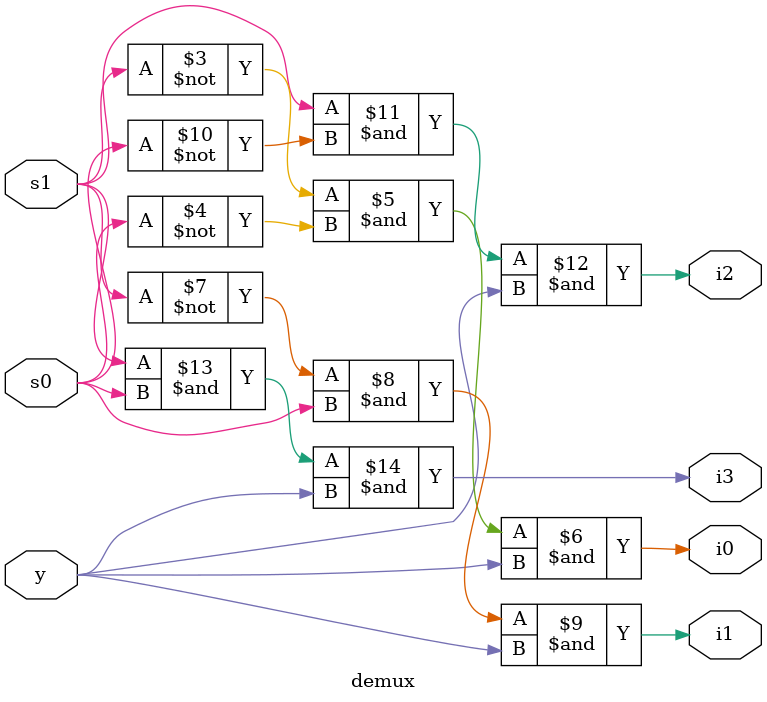
<source format=v>
module demux(input y,s0,s1,output i0,i1,i2,i3);

assign i0=~s1&~s0&y;
assign i1=~s1&s0&y;
assign i2=s1&~s0&y;
assign i3=s1&s0&y;
endmodule


module demux_tb();
reg y,s0,s1;
wire i0,i1,i2,i3;

demux gate(y,s0,s1,i0,i1,i2,i3);


initial 
repeat(17)
begin
y=$random;s0=$random;s1=$random;
#10;
end

initial
$monitor("y=%B s1=%b s0=%b i0=%b i1=%b i2=%b i3=%b Time=%0b",y,s1,s0,i0,i1,i2,i3,$time);
endmodule

</source>
